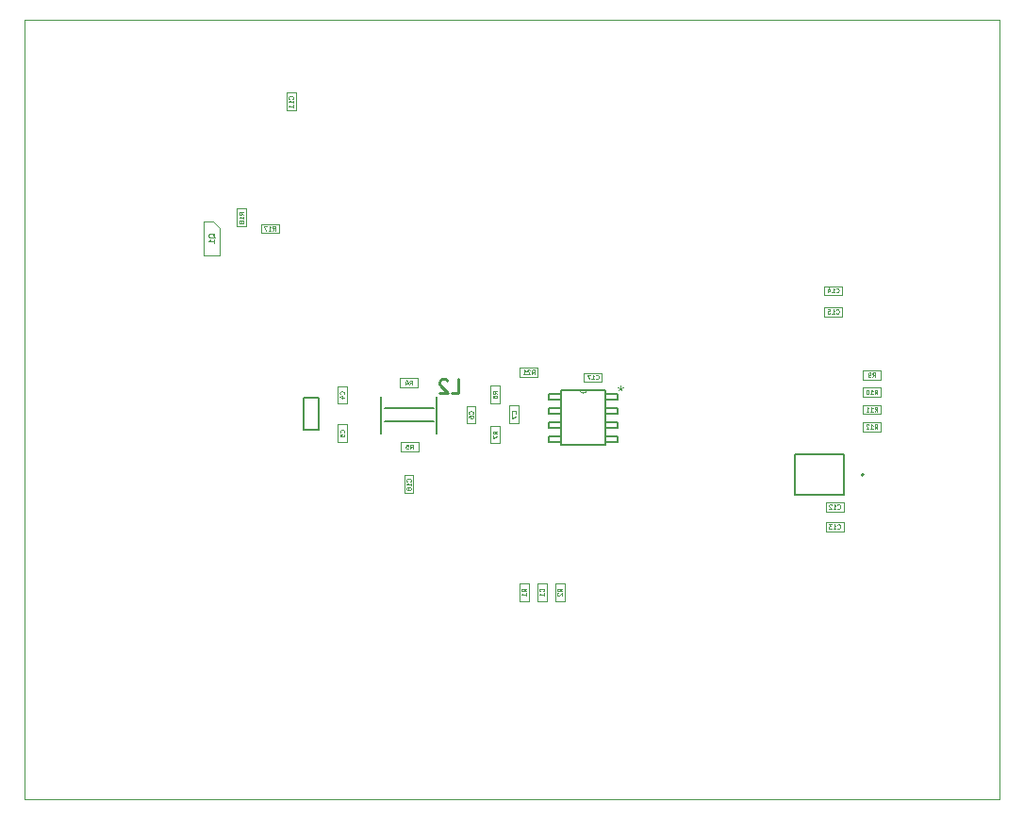
<source format=gbr>
%TF.GenerationSoftware,KiCad,Pcbnew,(5.1.6)-1*%
%TF.CreationDate,2020-11-27T15:12:50+01:00*%
%TF.ProjectId,Board,426f6172-642e-46b6-9963-61645f706362,rev?*%
%TF.SameCoordinates,PX253b400PY7a67730*%
%TF.FileFunction,Other,Fab,Bot*%
%FSLAX46Y46*%
G04 Gerber Fmt 4.6, Leading zero omitted, Abs format (unit mm)*
G04 Created by KiCad (PCBNEW (5.1.6)-1) date 2020-11-27 15:12:50*
%MOMM*%
%LPD*%
G01*
G04 APERTURE LIST*
%TA.AperFunction,Profile*%
%ADD10C,0.050000*%
%TD*%
%ADD11C,0.100000*%
%ADD12C,0.127000*%
%ADD13C,0.200000*%
%ADD14C,0.152400*%
%ADD15C,0.060000*%
%ADD16C,0.254000*%
%ADD17C,0.075000*%
%ADD18C,0.015000*%
G04 APERTURE END LIST*
D10*
X0Y70000000D02*
X0Y0D01*
X87500000Y70000000D02*
X0Y70000000D01*
X87500000Y0D02*
X87500000Y70000000D01*
X0Y0D02*
X87500000Y0D01*
D11*
%TO.C,C18*%
X34910000Y27497500D02*
X34910000Y29097500D01*
X34110000Y27497500D02*
X34910000Y27497500D01*
X34110000Y29097500D02*
X34110000Y27497500D01*
X34910000Y29097500D02*
X34110000Y29097500D01*
%TO.C,C17*%
X51835000Y38310000D02*
X50235000Y38310000D01*
X51835000Y37510000D02*
X51835000Y38310000D01*
X50235000Y37510000D02*
X51835000Y37510000D01*
X50235000Y38310000D02*
X50235000Y37510000D01*
%TO.C,R21*%
X46073500Y37941500D02*
X46073500Y38766500D01*
X46073500Y38766500D02*
X44473500Y38766500D01*
X44473500Y38766500D02*
X44473500Y37941500D01*
X44473500Y37941500D02*
X46073500Y37941500D01*
%TO.C,R18*%
X19077500Y51452500D02*
X19902500Y51452500D01*
X19902500Y51452500D02*
X19902500Y53052500D01*
X19902500Y53052500D02*
X19077500Y53052500D01*
X19077500Y53052500D02*
X19077500Y51452500D01*
%TO.C,R17*%
X21207500Y51682500D02*
X21207500Y50857500D01*
X21207500Y50857500D02*
X22807500Y50857500D01*
X22807500Y50857500D02*
X22807500Y51682500D01*
X22807500Y51682500D02*
X21207500Y51682500D01*
%TO.C,R12*%
X76860000Y33047500D02*
X76860000Y33872500D01*
X76860000Y33872500D02*
X75260000Y33872500D01*
X75260000Y33872500D02*
X75260000Y33047500D01*
X75260000Y33047500D02*
X76860000Y33047500D01*
%TO.C,R11*%
X76860000Y34597500D02*
X76860000Y35422500D01*
X76860000Y35422500D02*
X75260000Y35422500D01*
X75260000Y35422500D02*
X75260000Y34597500D01*
X75260000Y34597500D02*
X76860000Y34597500D01*
%TO.C,R10*%
X76860000Y36147500D02*
X76860000Y36972500D01*
X76860000Y36972500D02*
X75260000Y36972500D01*
X75260000Y36972500D02*
X75260000Y36147500D01*
X75260000Y36147500D02*
X76860000Y36147500D01*
%TO.C,R9*%
X76860000Y37697500D02*
X76860000Y38522500D01*
X76860000Y38522500D02*
X75260000Y38522500D01*
X75260000Y38522500D02*
X75260000Y37697500D01*
X75260000Y37697500D02*
X76860000Y37697500D01*
%TO.C,R7*%
X42661500Y33566000D02*
X41836500Y33566000D01*
X41836500Y33566000D02*
X41836500Y31966000D01*
X41836500Y31966000D02*
X42661500Y31966000D01*
X42661500Y31966000D02*
X42661500Y33566000D01*
%TO.C,R6*%
X42661500Y37145500D02*
X41836500Y37145500D01*
X41836500Y37145500D02*
X41836500Y35545500D01*
X41836500Y35545500D02*
X42661500Y35545500D01*
X42661500Y35545500D02*
X42661500Y37145500D01*
%TO.C,R5*%
X35337500Y31237500D02*
X35337500Y32062500D01*
X35337500Y32062500D02*
X33737500Y32062500D01*
X33737500Y32062500D02*
X33737500Y31237500D01*
X33737500Y31237500D02*
X35337500Y31237500D01*
%TO.C,R4*%
X35292500Y36987500D02*
X35292500Y37812500D01*
X35292500Y37812500D02*
X33692500Y37812500D01*
X33692500Y37812500D02*
X33692500Y36987500D01*
X33692500Y36987500D02*
X35292500Y36987500D01*
%TO.C,R2*%
X48462500Y19407500D02*
X47637500Y19407500D01*
X47637500Y19407500D02*
X47637500Y17807500D01*
X47637500Y17807500D02*
X48462500Y17807500D01*
X48462500Y17807500D02*
X48462500Y19407500D01*
%TO.C,R1*%
X44427500Y17807500D02*
X45252500Y17807500D01*
X45252500Y17807500D02*
X45252500Y19407500D01*
X45252500Y19407500D02*
X44427500Y19407500D01*
X44427500Y19407500D02*
X44427500Y17807500D01*
%TO.C,C15*%
X71805000Y44190000D02*
X71805000Y43390000D01*
X71805000Y43390000D02*
X73405000Y43390000D01*
X73405000Y43390000D02*
X73405000Y44190000D01*
X73405000Y44190000D02*
X71805000Y44190000D01*
%TO.C,C14*%
X71805000Y46100000D02*
X71805000Y45300000D01*
X71805000Y45300000D02*
X73405000Y45300000D01*
X73405000Y45300000D02*
X73405000Y46100000D01*
X73405000Y46100000D02*
X71805000Y46100000D01*
%TO.C,C13*%
X71928000Y24870000D02*
X71928000Y24070000D01*
X71928000Y24070000D02*
X73528000Y24070000D01*
X73528000Y24070000D02*
X73528000Y24870000D01*
X73528000Y24870000D02*
X71928000Y24870000D01*
%TO.C,C12*%
X73528000Y25860000D02*
X73528000Y26660000D01*
X73528000Y26660000D02*
X71928000Y26660000D01*
X71928000Y26660000D02*
X71928000Y25860000D01*
X71928000Y25860000D02*
X73528000Y25860000D01*
%TO.C,C11*%
X23530000Y61860000D02*
X24330000Y61860000D01*
X24330000Y61860000D02*
X24330000Y63460000D01*
X24330000Y63460000D02*
X23530000Y63460000D01*
X23530000Y63460000D02*
X23530000Y61860000D01*
%TO.C,C7*%
X43540000Y33777500D02*
X44340000Y33777500D01*
X44340000Y33777500D02*
X44340000Y35377500D01*
X44340000Y35377500D02*
X43540000Y35377500D01*
X43540000Y35377500D02*
X43540000Y33777500D01*
%TO.C,C6*%
X40490000Y35344000D02*
X39690000Y35344000D01*
X39690000Y35344000D02*
X39690000Y33744000D01*
X39690000Y33744000D02*
X40490000Y33744000D01*
X40490000Y33744000D02*
X40490000Y35344000D01*
%TO.C,C5*%
X28130000Y32070000D02*
X28930000Y32070000D01*
X28930000Y32070000D02*
X28930000Y33670000D01*
X28930000Y33670000D02*
X28130000Y33670000D01*
X28130000Y33670000D02*
X28130000Y32070000D01*
%TO.C,C4*%
X28110000Y35520000D02*
X28910000Y35520000D01*
X28910000Y35520000D02*
X28910000Y37120000D01*
X28910000Y37120000D02*
X28110000Y37120000D01*
X28110000Y37120000D02*
X28110000Y35520000D01*
%TO.C,C1*%
X46850000Y19407500D02*
X46050000Y19407500D01*
X46050000Y19407500D02*
X46050000Y17807500D01*
X46050000Y17807500D02*
X46850000Y17807500D01*
X46850000Y17807500D02*
X46850000Y19407500D01*
D12*
%TO.C,L2*%
X37002000Y36194000D02*
X37002000Y32894000D01*
X32002000Y36194000D02*
X32002000Y32894000D01*
X36702000Y33944000D02*
X32302000Y33944000D01*
X36702000Y35144000D02*
X32302000Y35144000D01*
D11*
%TO.C,Q1*%
X17510000Y51340000D02*
X17510000Y48890000D01*
X16960000Y51910000D02*
X16110000Y51910000D01*
X17510000Y51340000D02*
X16960000Y51910000D01*
X16110000Y51910000D02*
X16110000Y48870000D01*
X17510000Y48870000D02*
X16110000Y48870000D01*
D13*
%TO.C,D2*%
X75340000Y29140000D02*
G75*
G03*
X75340000Y29140000I-100000J0D01*
G01*
D12*
X73540000Y30952500D02*
X73540000Y27327500D01*
X73540000Y27327500D02*
X69140000Y27327500D01*
X69140000Y27327500D02*
X69140000Y30952500D01*
X69140000Y30952500D02*
X73540000Y30952500D01*
D14*
%TO.C,IC1*%
X52180400Y35941000D02*
X52180400Y36449000D01*
X52180400Y36449000D02*
X53272600Y36449000D01*
X53272600Y36449000D02*
X53272600Y35941000D01*
X53272600Y35941000D02*
X52180400Y35941000D01*
X52180400Y34671000D02*
X52180400Y35179000D01*
X52180400Y35179000D02*
X53272600Y35179000D01*
X53272600Y35179000D02*
X53272600Y34671000D01*
X53272600Y34671000D02*
X52180400Y34671000D01*
X52180400Y33401000D02*
X52180400Y33909000D01*
X52180400Y33909000D02*
X53272600Y33909000D01*
X53272600Y33909000D02*
X53272600Y33401000D01*
X53272600Y33401000D02*
X52180400Y33401000D01*
X52180400Y32131000D02*
X52180400Y32639000D01*
X52180400Y32639000D02*
X53272600Y32639000D01*
X53272600Y32639000D02*
X53272600Y32131000D01*
X53272600Y32131000D02*
X52180400Y32131000D01*
X48167200Y32639000D02*
X48167200Y32131000D01*
X48167200Y32131000D02*
X47075000Y32131000D01*
X47075000Y32131000D02*
X47075000Y32639000D01*
X47075000Y32639000D02*
X48167200Y32639000D01*
X48167200Y33909000D02*
X48167200Y33401000D01*
X48167200Y33401000D02*
X47075000Y33401000D01*
X47075000Y33401000D02*
X47075000Y33909000D01*
X47075000Y33909000D02*
X48167200Y33909000D01*
X48167200Y35179000D02*
X48167200Y34671000D01*
X48167200Y34671000D02*
X47075000Y34671000D01*
X47075000Y34671000D02*
X47075000Y35179000D01*
X47075000Y35179000D02*
X48167200Y35179000D01*
X48167200Y36449000D02*
X48167200Y35941000D01*
X48167200Y35941000D02*
X47075000Y35941000D01*
X47075000Y35941000D02*
X47075000Y36449000D01*
X47075000Y36449000D02*
X48167200Y36449000D01*
X52180400Y31800800D02*
X48167200Y31800800D01*
X48167200Y31800800D02*
X48167200Y36779200D01*
X48167200Y36779200D02*
X49869000Y36779200D01*
X49869000Y36779200D02*
X50478600Y36779200D01*
X50478600Y36779200D02*
X52180400Y36779200D01*
X52180400Y36779200D02*
X52180400Y31800800D01*
D11*
X49869000Y36779200D02*
G75*
G03*
X50478600Y36779200I304800J0D01*
G01*
D14*
%TO.C,D1*%
X25049600Y36032400D02*
X25049600Y33187600D01*
X26370400Y36032400D02*
X25049600Y36032400D01*
X26370400Y33187600D02*
X26370400Y36032400D01*
X25049600Y33187600D02*
X26370400Y33187600D01*
%TD*%
%TO.C,C18*%
D15*
X34652857Y28554643D02*
X34671904Y28573691D01*
X34690952Y28630834D01*
X34690952Y28668929D01*
X34671904Y28726072D01*
X34633809Y28764167D01*
X34595714Y28783215D01*
X34519523Y28802262D01*
X34462380Y28802262D01*
X34386190Y28783215D01*
X34348095Y28764167D01*
X34310000Y28726072D01*
X34290952Y28668929D01*
X34290952Y28630834D01*
X34310000Y28573691D01*
X34329047Y28554643D01*
X34690952Y28173691D02*
X34690952Y28402262D01*
X34690952Y28287977D02*
X34290952Y28287977D01*
X34348095Y28326072D01*
X34386190Y28364167D01*
X34405238Y28402262D01*
X34462380Y27945120D02*
X34443333Y27983215D01*
X34424285Y28002262D01*
X34386190Y28021310D01*
X34367142Y28021310D01*
X34329047Y28002262D01*
X34310000Y27983215D01*
X34290952Y27945120D01*
X34290952Y27868929D01*
X34310000Y27830834D01*
X34329047Y27811786D01*
X34367142Y27792739D01*
X34386190Y27792739D01*
X34424285Y27811786D01*
X34443333Y27830834D01*
X34462380Y27868929D01*
X34462380Y27945120D01*
X34481428Y27983215D01*
X34500476Y28002262D01*
X34538571Y28021310D01*
X34614761Y28021310D01*
X34652857Y28002262D01*
X34671904Y27983215D01*
X34690952Y27945120D01*
X34690952Y27868929D01*
X34671904Y27830834D01*
X34652857Y27811786D01*
X34614761Y27792739D01*
X34538571Y27792739D01*
X34500476Y27811786D01*
X34481428Y27830834D01*
X34462380Y27868929D01*
%TO.C,C17*%
X51292142Y37767143D02*
X51311190Y37748096D01*
X51368333Y37729048D01*
X51406428Y37729048D01*
X51463571Y37748096D01*
X51501666Y37786191D01*
X51520714Y37824286D01*
X51539761Y37900477D01*
X51539761Y37957620D01*
X51520714Y38033810D01*
X51501666Y38071905D01*
X51463571Y38110000D01*
X51406428Y38129048D01*
X51368333Y38129048D01*
X51311190Y38110000D01*
X51292142Y38090953D01*
X50911190Y37729048D02*
X51139761Y37729048D01*
X51025476Y37729048D02*
X51025476Y38129048D01*
X51063571Y38071905D01*
X51101666Y38033810D01*
X51139761Y38014762D01*
X50777857Y38129048D02*
X50511190Y38129048D01*
X50682619Y37729048D01*
%TO.C,R21*%
X45530642Y38173048D02*
X45663976Y38363524D01*
X45759214Y38173048D02*
X45759214Y38573048D01*
X45606833Y38573048D01*
X45568738Y38554000D01*
X45549690Y38534953D01*
X45530642Y38496858D01*
X45530642Y38439715D01*
X45549690Y38401620D01*
X45568738Y38382572D01*
X45606833Y38363524D01*
X45759214Y38363524D01*
X45378261Y38534953D02*
X45359214Y38554000D01*
X45321119Y38573048D01*
X45225880Y38573048D01*
X45187785Y38554000D01*
X45168738Y38534953D01*
X45149690Y38496858D01*
X45149690Y38458762D01*
X45168738Y38401620D01*
X45397309Y38173048D01*
X45149690Y38173048D01*
X44768738Y38173048D02*
X44997309Y38173048D01*
X44883023Y38173048D02*
X44883023Y38573048D01*
X44921119Y38515905D01*
X44959214Y38477810D01*
X44997309Y38458762D01*
%TO.C,R18*%
X19670952Y52509643D02*
X19480476Y52642977D01*
X19670952Y52738215D02*
X19270952Y52738215D01*
X19270952Y52585834D01*
X19290000Y52547739D01*
X19309047Y52528691D01*
X19347142Y52509643D01*
X19404285Y52509643D01*
X19442380Y52528691D01*
X19461428Y52547739D01*
X19480476Y52585834D01*
X19480476Y52738215D01*
X19670952Y52128691D02*
X19670952Y52357262D01*
X19670952Y52242977D02*
X19270952Y52242977D01*
X19328095Y52281072D01*
X19366190Y52319167D01*
X19385238Y52357262D01*
X19442380Y51900120D02*
X19423333Y51938215D01*
X19404285Y51957262D01*
X19366190Y51976310D01*
X19347142Y51976310D01*
X19309047Y51957262D01*
X19290000Y51938215D01*
X19270952Y51900120D01*
X19270952Y51823929D01*
X19290000Y51785834D01*
X19309047Y51766786D01*
X19347142Y51747739D01*
X19366190Y51747739D01*
X19404285Y51766786D01*
X19423333Y51785834D01*
X19442380Y51823929D01*
X19442380Y51900120D01*
X19461428Y51938215D01*
X19480476Y51957262D01*
X19518571Y51976310D01*
X19594761Y51976310D01*
X19632857Y51957262D01*
X19651904Y51938215D01*
X19670952Y51900120D01*
X19670952Y51823929D01*
X19651904Y51785834D01*
X19632857Y51766786D01*
X19594761Y51747739D01*
X19518571Y51747739D01*
X19480476Y51766786D01*
X19461428Y51785834D01*
X19442380Y51823929D01*
%TO.C,R17*%
X22264642Y51089048D02*
X22397976Y51279524D01*
X22493214Y51089048D02*
X22493214Y51489048D01*
X22340833Y51489048D01*
X22302738Y51470000D01*
X22283690Y51450953D01*
X22264642Y51412858D01*
X22264642Y51355715D01*
X22283690Y51317620D01*
X22302738Y51298572D01*
X22340833Y51279524D01*
X22493214Y51279524D01*
X21883690Y51089048D02*
X22112261Y51089048D01*
X21997976Y51089048D02*
X21997976Y51489048D01*
X22036071Y51431905D01*
X22074166Y51393810D01*
X22112261Y51374762D01*
X21750357Y51489048D02*
X21483690Y51489048D01*
X21655119Y51089048D01*
%TO.C,R12*%
X76317142Y33279048D02*
X76450476Y33469524D01*
X76545714Y33279048D02*
X76545714Y33679048D01*
X76393333Y33679048D01*
X76355238Y33660000D01*
X76336190Y33640953D01*
X76317142Y33602858D01*
X76317142Y33545715D01*
X76336190Y33507620D01*
X76355238Y33488572D01*
X76393333Y33469524D01*
X76545714Y33469524D01*
X75936190Y33279048D02*
X76164761Y33279048D01*
X76050476Y33279048D02*
X76050476Y33679048D01*
X76088571Y33621905D01*
X76126666Y33583810D01*
X76164761Y33564762D01*
X75783809Y33640953D02*
X75764761Y33660000D01*
X75726666Y33679048D01*
X75631428Y33679048D01*
X75593333Y33660000D01*
X75574285Y33640953D01*
X75555238Y33602858D01*
X75555238Y33564762D01*
X75574285Y33507620D01*
X75802857Y33279048D01*
X75555238Y33279048D01*
%TO.C,R11*%
X76317142Y34829048D02*
X76450476Y35019524D01*
X76545714Y34829048D02*
X76545714Y35229048D01*
X76393333Y35229048D01*
X76355238Y35210000D01*
X76336190Y35190953D01*
X76317142Y35152858D01*
X76317142Y35095715D01*
X76336190Y35057620D01*
X76355238Y35038572D01*
X76393333Y35019524D01*
X76545714Y35019524D01*
X75936190Y34829048D02*
X76164761Y34829048D01*
X76050476Y34829048D02*
X76050476Y35229048D01*
X76088571Y35171905D01*
X76126666Y35133810D01*
X76164761Y35114762D01*
X75555238Y34829048D02*
X75783809Y34829048D01*
X75669523Y34829048D02*
X75669523Y35229048D01*
X75707619Y35171905D01*
X75745714Y35133810D01*
X75783809Y35114762D01*
%TO.C,R10*%
X76317142Y36379048D02*
X76450476Y36569524D01*
X76545714Y36379048D02*
X76545714Y36779048D01*
X76393333Y36779048D01*
X76355238Y36760000D01*
X76336190Y36740953D01*
X76317142Y36702858D01*
X76317142Y36645715D01*
X76336190Y36607620D01*
X76355238Y36588572D01*
X76393333Y36569524D01*
X76545714Y36569524D01*
X75936190Y36379048D02*
X76164761Y36379048D01*
X76050476Y36379048D02*
X76050476Y36779048D01*
X76088571Y36721905D01*
X76126666Y36683810D01*
X76164761Y36664762D01*
X75688571Y36779048D02*
X75650476Y36779048D01*
X75612380Y36760000D01*
X75593333Y36740953D01*
X75574285Y36702858D01*
X75555238Y36626667D01*
X75555238Y36531429D01*
X75574285Y36455239D01*
X75593333Y36417143D01*
X75612380Y36398096D01*
X75650476Y36379048D01*
X75688571Y36379048D01*
X75726666Y36398096D01*
X75745714Y36417143D01*
X75764761Y36455239D01*
X75783809Y36531429D01*
X75783809Y36626667D01*
X75764761Y36702858D01*
X75745714Y36740953D01*
X75726666Y36760000D01*
X75688571Y36779048D01*
%TO.C,R9*%
X76126666Y37929048D02*
X76260000Y38119524D01*
X76355238Y37929048D02*
X76355238Y38329048D01*
X76202857Y38329048D01*
X76164761Y38310000D01*
X76145714Y38290953D01*
X76126666Y38252858D01*
X76126666Y38195715D01*
X76145714Y38157620D01*
X76164761Y38138572D01*
X76202857Y38119524D01*
X76355238Y38119524D01*
X75936190Y37929048D02*
X75860000Y37929048D01*
X75821904Y37948096D01*
X75802857Y37967143D01*
X75764761Y38024286D01*
X75745714Y38100477D01*
X75745714Y38252858D01*
X75764761Y38290953D01*
X75783809Y38310000D01*
X75821904Y38329048D01*
X75898095Y38329048D01*
X75936190Y38310000D01*
X75955238Y38290953D01*
X75974285Y38252858D01*
X75974285Y38157620D01*
X75955238Y38119524D01*
X75936190Y38100477D01*
X75898095Y38081429D01*
X75821904Y38081429D01*
X75783809Y38100477D01*
X75764761Y38119524D01*
X75745714Y38157620D01*
%TO.C,R7*%
X42429952Y32832667D02*
X42239476Y32966000D01*
X42429952Y33061239D02*
X42029952Y33061239D01*
X42029952Y32908858D01*
X42049000Y32870762D01*
X42068047Y32851715D01*
X42106142Y32832667D01*
X42163285Y32832667D01*
X42201380Y32851715D01*
X42220428Y32870762D01*
X42239476Y32908858D01*
X42239476Y33061239D01*
X42029952Y32699334D02*
X42029952Y32432667D01*
X42429952Y32604096D01*
%TO.C,R6*%
X42429952Y36412167D02*
X42239476Y36545500D01*
X42429952Y36640739D02*
X42029952Y36640739D01*
X42029952Y36488358D01*
X42049000Y36450262D01*
X42068047Y36431215D01*
X42106142Y36412167D01*
X42163285Y36412167D01*
X42201380Y36431215D01*
X42220428Y36450262D01*
X42239476Y36488358D01*
X42239476Y36640739D01*
X42029952Y36069310D02*
X42029952Y36145500D01*
X42049000Y36183596D01*
X42068047Y36202643D01*
X42125190Y36240739D01*
X42201380Y36259786D01*
X42353761Y36259786D01*
X42391857Y36240739D01*
X42410904Y36221691D01*
X42429952Y36183596D01*
X42429952Y36107405D01*
X42410904Y36069310D01*
X42391857Y36050262D01*
X42353761Y36031215D01*
X42258523Y36031215D01*
X42220428Y36050262D01*
X42201380Y36069310D01*
X42182333Y36107405D01*
X42182333Y36183596D01*
X42201380Y36221691D01*
X42220428Y36240739D01*
X42258523Y36259786D01*
%TO.C,R5*%
X34604166Y31469048D02*
X34737500Y31659524D01*
X34832738Y31469048D02*
X34832738Y31869048D01*
X34680357Y31869048D01*
X34642261Y31850000D01*
X34623214Y31830953D01*
X34604166Y31792858D01*
X34604166Y31735715D01*
X34623214Y31697620D01*
X34642261Y31678572D01*
X34680357Y31659524D01*
X34832738Y31659524D01*
X34242261Y31869048D02*
X34432738Y31869048D01*
X34451785Y31678572D01*
X34432738Y31697620D01*
X34394642Y31716667D01*
X34299404Y31716667D01*
X34261309Y31697620D01*
X34242261Y31678572D01*
X34223214Y31640477D01*
X34223214Y31545239D01*
X34242261Y31507143D01*
X34261309Y31488096D01*
X34299404Y31469048D01*
X34394642Y31469048D01*
X34432738Y31488096D01*
X34451785Y31507143D01*
%TO.C,R4*%
X34559166Y37219048D02*
X34692500Y37409524D01*
X34787738Y37219048D02*
X34787738Y37619048D01*
X34635357Y37619048D01*
X34597261Y37600000D01*
X34578214Y37580953D01*
X34559166Y37542858D01*
X34559166Y37485715D01*
X34578214Y37447620D01*
X34597261Y37428572D01*
X34635357Y37409524D01*
X34787738Y37409524D01*
X34216309Y37485715D02*
X34216309Y37219048D01*
X34311547Y37638096D02*
X34406785Y37352381D01*
X34159166Y37352381D01*
%TO.C,R2*%
X48230952Y18674167D02*
X48040476Y18807500D01*
X48230952Y18902739D02*
X47830952Y18902739D01*
X47830952Y18750358D01*
X47850000Y18712262D01*
X47869047Y18693215D01*
X47907142Y18674167D01*
X47964285Y18674167D01*
X48002380Y18693215D01*
X48021428Y18712262D01*
X48040476Y18750358D01*
X48040476Y18902739D01*
X47869047Y18521786D02*
X47850000Y18502739D01*
X47830952Y18464643D01*
X47830952Y18369405D01*
X47850000Y18331310D01*
X47869047Y18312262D01*
X47907142Y18293215D01*
X47945238Y18293215D01*
X48002380Y18312262D01*
X48230952Y18540834D01*
X48230952Y18293215D01*
%TO.C,R1*%
X45020952Y18674167D02*
X44830476Y18807500D01*
X45020952Y18902739D02*
X44620952Y18902739D01*
X44620952Y18750358D01*
X44640000Y18712262D01*
X44659047Y18693215D01*
X44697142Y18674167D01*
X44754285Y18674167D01*
X44792380Y18693215D01*
X44811428Y18712262D01*
X44830476Y18750358D01*
X44830476Y18902739D01*
X45020952Y18293215D02*
X45020952Y18521786D01*
X45020952Y18407500D02*
X44620952Y18407500D01*
X44678095Y18445596D01*
X44716190Y18483691D01*
X44735238Y18521786D01*
%TO.C,C15*%
X72862142Y43647143D02*
X72881190Y43628096D01*
X72938333Y43609048D01*
X72976428Y43609048D01*
X73033571Y43628096D01*
X73071666Y43666191D01*
X73090714Y43704286D01*
X73109761Y43780477D01*
X73109761Y43837620D01*
X73090714Y43913810D01*
X73071666Y43951905D01*
X73033571Y43990000D01*
X72976428Y44009048D01*
X72938333Y44009048D01*
X72881190Y43990000D01*
X72862142Y43970953D01*
X72481190Y43609048D02*
X72709761Y43609048D01*
X72595476Y43609048D02*
X72595476Y44009048D01*
X72633571Y43951905D01*
X72671666Y43913810D01*
X72709761Y43894762D01*
X72119285Y44009048D02*
X72309761Y44009048D01*
X72328809Y43818572D01*
X72309761Y43837620D01*
X72271666Y43856667D01*
X72176428Y43856667D01*
X72138333Y43837620D01*
X72119285Y43818572D01*
X72100238Y43780477D01*
X72100238Y43685239D01*
X72119285Y43647143D01*
X72138333Y43628096D01*
X72176428Y43609048D01*
X72271666Y43609048D01*
X72309761Y43628096D01*
X72328809Y43647143D01*
%TO.C,C14*%
X72862142Y45557143D02*
X72881190Y45538096D01*
X72938333Y45519048D01*
X72976428Y45519048D01*
X73033571Y45538096D01*
X73071666Y45576191D01*
X73090714Y45614286D01*
X73109761Y45690477D01*
X73109761Y45747620D01*
X73090714Y45823810D01*
X73071666Y45861905D01*
X73033571Y45900000D01*
X72976428Y45919048D01*
X72938333Y45919048D01*
X72881190Y45900000D01*
X72862142Y45880953D01*
X72481190Y45519048D02*
X72709761Y45519048D01*
X72595476Y45519048D02*
X72595476Y45919048D01*
X72633571Y45861905D01*
X72671666Y45823810D01*
X72709761Y45804762D01*
X72138333Y45785715D02*
X72138333Y45519048D01*
X72233571Y45938096D02*
X72328809Y45652381D01*
X72081190Y45652381D01*
%TO.C,C13*%
X72985142Y24327143D02*
X73004190Y24308096D01*
X73061333Y24289048D01*
X73099428Y24289048D01*
X73156571Y24308096D01*
X73194666Y24346191D01*
X73213714Y24384286D01*
X73232761Y24460477D01*
X73232761Y24517620D01*
X73213714Y24593810D01*
X73194666Y24631905D01*
X73156571Y24670000D01*
X73099428Y24689048D01*
X73061333Y24689048D01*
X73004190Y24670000D01*
X72985142Y24650953D01*
X72604190Y24289048D02*
X72832761Y24289048D01*
X72718476Y24289048D02*
X72718476Y24689048D01*
X72756571Y24631905D01*
X72794666Y24593810D01*
X72832761Y24574762D01*
X72470857Y24689048D02*
X72223238Y24689048D01*
X72356571Y24536667D01*
X72299428Y24536667D01*
X72261333Y24517620D01*
X72242285Y24498572D01*
X72223238Y24460477D01*
X72223238Y24365239D01*
X72242285Y24327143D01*
X72261333Y24308096D01*
X72299428Y24289048D01*
X72413714Y24289048D01*
X72451809Y24308096D01*
X72470857Y24327143D01*
%TO.C,C12*%
X72985142Y26117143D02*
X73004190Y26098096D01*
X73061333Y26079048D01*
X73099428Y26079048D01*
X73156571Y26098096D01*
X73194666Y26136191D01*
X73213714Y26174286D01*
X73232761Y26250477D01*
X73232761Y26307620D01*
X73213714Y26383810D01*
X73194666Y26421905D01*
X73156571Y26460000D01*
X73099428Y26479048D01*
X73061333Y26479048D01*
X73004190Y26460000D01*
X72985142Y26440953D01*
X72604190Y26079048D02*
X72832761Y26079048D01*
X72718476Y26079048D02*
X72718476Y26479048D01*
X72756571Y26421905D01*
X72794666Y26383810D01*
X72832761Y26364762D01*
X72451809Y26440953D02*
X72432761Y26460000D01*
X72394666Y26479048D01*
X72299428Y26479048D01*
X72261333Y26460000D01*
X72242285Y26440953D01*
X72223238Y26402858D01*
X72223238Y26364762D01*
X72242285Y26307620D01*
X72470857Y26079048D01*
X72223238Y26079048D01*
%TO.C,C11*%
X24072857Y62917143D02*
X24091904Y62936191D01*
X24110952Y62993334D01*
X24110952Y63031429D01*
X24091904Y63088572D01*
X24053809Y63126667D01*
X24015714Y63145715D01*
X23939523Y63164762D01*
X23882380Y63164762D01*
X23806190Y63145715D01*
X23768095Y63126667D01*
X23730000Y63088572D01*
X23710952Y63031429D01*
X23710952Y62993334D01*
X23730000Y62936191D01*
X23749047Y62917143D01*
X24110952Y62536191D02*
X24110952Y62764762D01*
X24110952Y62650477D02*
X23710952Y62650477D01*
X23768095Y62688572D01*
X23806190Y62726667D01*
X23825238Y62764762D01*
X24110952Y62155239D02*
X24110952Y62383810D01*
X24110952Y62269524D02*
X23710952Y62269524D01*
X23768095Y62307620D01*
X23806190Y62345715D01*
X23825238Y62383810D01*
%TO.C,C7*%
X44082857Y34644167D02*
X44101904Y34663215D01*
X44120952Y34720358D01*
X44120952Y34758453D01*
X44101904Y34815596D01*
X44063809Y34853691D01*
X44025714Y34872739D01*
X43949523Y34891786D01*
X43892380Y34891786D01*
X43816190Y34872739D01*
X43778095Y34853691D01*
X43740000Y34815596D01*
X43720952Y34758453D01*
X43720952Y34720358D01*
X43740000Y34663215D01*
X43759047Y34644167D01*
X43720952Y34510834D02*
X43720952Y34244167D01*
X44120952Y34415596D01*
%TO.C,C6*%
X40232857Y34610667D02*
X40251904Y34629715D01*
X40270952Y34686858D01*
X40270952Y34724953D01*
X40251904Y34782096D01*
X40213809Y34820191D01*
X40175714Y34839239D01*
X40099523Y34858286D01*
X40042380Y34858286D01*
X39966190Y34839239D01*
X39928095Y34820191D01*
X39890000Y34782096D01*
X39870952Y34724953D01*
X39870952Y34686858D01*
X39890000Y34629715D01*
X39909047Y34610667D01*
X39870952Y34267810D02*
X39870952Y34344000D01*
X39890000Y34382096D01*
X39909047Y34401143D01*
X39966190Y34439239D01*
X40042380Y34458286D01*
X40194761Y34458286D01*
X40232857Y34439239D01*
X40251904Y34420191D01*
X40270952Y34382096D01*
X40270952Y34305905D01*
X40251904Y34267810D01*
X40232857Y34248762D01*
X40194761Y34229715D01*
X40099523Y34229715D01*
X40061428Y34248762D01*
X40042380Y34267810D01*
X40023333Y34305905D01*
X40023333Y34382096D01*
X40042380Y34420191D01*
X40061428Y34439239D01*
X40099523Y34458286D01*
%TO.C,C5*%
X28672857Y32936667D02*
X28691904Y32955715D01*
X28710952Y33012858D01*
X28710952Y33050953D01*
X28691904Y33108096D01*
X28653809Y33146191D01*
X28615714Y33165239D01*
X28539523Y33184286D01*
X28482380Y33184286D01*
X28406190Y33165239D01*
X28368095Y33146191D01*
X28330000Y33108096D01*
X28310952Y33050953D01*
X28310952Y33012858D01*
X28330000Y32955715D01*
X28349047Y32936667D01*
X28310952Y32574762D02*
X28310952Y32765239D01*
X28501428Y32784286D01*
X28482380Y32765239D01*
X28463333Y32727143D01*
X28463333Y32631905D01*
X28482380Y32593810D01*
X28501428Y32574762D01*
X28539523Y32555715D01*
X28634761Y32555715D01*
X28672857Y32574762D01*
X28691904Y32593810D01*
X28710952Y32631905D01*
X28710952Y32727143D01*
X28691904Y32765239D01*
X28672857Y32784286D01*
%TO.C,C4*%
X28652857Y36386667D02*
X28671904Y36405715D01*
X28690952Y36462858D01*
X28690952Y36500953D01*
X28671904Y36558096D01*
X28633809Y36596191D01*
X28595714Y36615239D01*
X28519523Y36634286D01*
X28462380Y36634286D01*
X28386190Y36615239D01*
X28348095Y36596191D01*
X28310000Y36558096D01*
X28290952Y36500953D01*
X28290952Y36462858D01*
X28310000Y36405715D01*
X28329047Y36386667D01*
X28424285Y36043810D02*
X28690952Y36043810D01*
X28271904Y36139048D02*
X28557619Y36234286D01*
X28557619Y35986667D01*
%TO.C,C1*%
X46592857Y18674167D02*
X46611904Y18693215D01*
X46630952Y18750358D01*
X46630952Y18788453D01*
X46611904Y18845596D01*
X46573809Y18883691D01*
X46535714Y18902739D01*
X46459523Y18921786D01*
X46402380Y18921786D01*
X46326190Y18902739D01*
X46288095Y18883691D01*
X46250000Y18845596D01*
X46230952Y18788453D01*
X46230952Y18750358D01*
X46250000Y18693215D01*
X46269047Y18674167D01*
X46630952Y18293215D02*
X46630952Y18521786D01*
X46630952Y18407500D02*
X46230952Y18407500D01*
X46288095Y18445596D01*
X46326190Y18483691D01*
X46345238Y18521786D01*
%TO.C,L2*%
D16*
X38313666Y36469477D02*
X38918428Y36469477D01*
X38918428Y37739477D01*
X37950809Y37618524D02*
X37890333Y37679000D01*
X37769380Y37739477D01*
X37467000Y37739477D01*
X37346047Y37679000D01*
X37285571Y37618524D01*
X37225095Y37497572D01*
X37225095Y37376620D01*
X37285571Y37195191D01*
X38011285Y36469477D01*
X37225095Y36469477D01*
%TO.C,Q1*%
D17*
X17083809Y50437620D02*
X17060000Y50485239D01*
X17012380Y50532858D01*
X16940952Y50604286D01*
X16917142Y50651905D01*
X16917142Y50699524D01*
X17036190Y50675715D02*
X17012380Y50723334D01*
X16964761Y50770953D01*
X16869523Y50794762D01*
X16702857Y50794762D01*
X16607619Y50770953D01*
X16560000Y50723334D01*
X16536190Y50675715D01*
X16536190Y50580477D01*
X16560000Y50532858D01*
X16607619Y50485239D01*
X16702857Y50461429D01*
X16869523Y50461429D01*
X16964761Y50485239D01*
X17012380Y50532858D01*
X17036190Y50580477D01*
X17036190Y50675715D01*
X17036190Y49985239D02*
X17036190Y50270953D01*
X17036190Y50128096D02*
X16536190Y50128096D01*
X16607619Y50175715D01*
X16655238Y50223334D01*
X16679047Y50270953D01*
%TO.C,IC1*%
D18*
X53475800Y37174420D02*
X53475800Y36936324D01*
X53713895Y37031562D02*
X53475800Y36936324D01*
X53237704Y37031562D01*
X53618657Y36745848D02*
X53475800Y36936324D01*
X53332942Y36745848D01*
%TD*%
M02*

</source>
